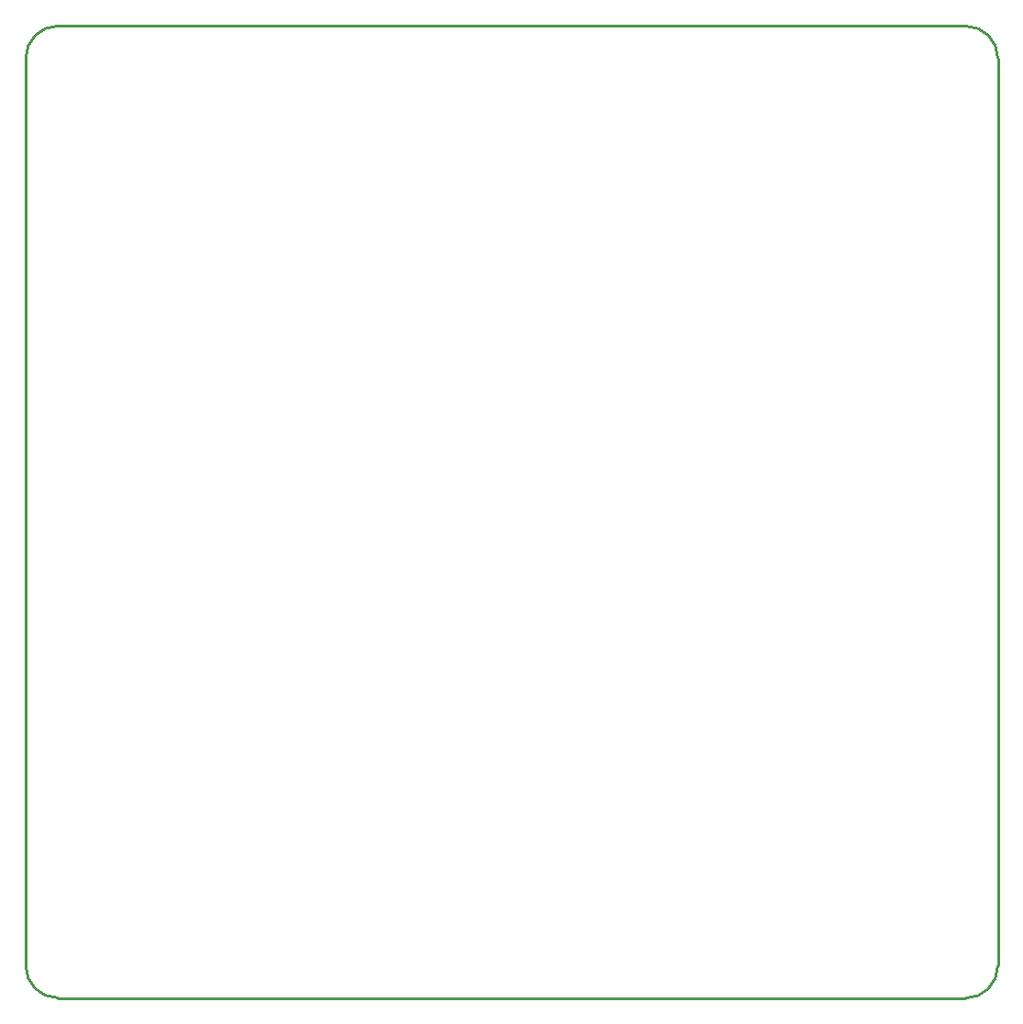
<source format=gbr>
%TF.GenerationSoftware,Altium Limited,Altium Designer,20.1.12 (249)*%
G04 Layer_Color=16711935*
%FSLAX26Y26*%
%MOIN*%
%TF.SameCoordinates,D08FF7B1-8E93-4697-AE31-98C184C779B4*%
%TF.FilePolarity,Positive*%
%TF.FileFunction,Other,Mechanical_1*%
%TF.Part,Single*%
G01*
G75*
%TA.AperFunction,NonConductor*%
%ADD14C,0.010000*%
D14*
X3543307Y3426011D02*
G03*
X3426011Y3543307I-117296J0D01*
G01*
X5197Y122808D02*
G03*
X121823Y6181I116627J0D01*
G01*
X121987Y3543112D02*
G03*
X5197Y3426322I0J-116790D01*
G01*
X3425163Y4924D02*
G03*
X3543383Y123144I0J118220D01*
G01*
X3543307D02*
Y3426011D01*
X121987Y3543307D02*
X3426011D01*
X5197Y122808D02*
X5197Y3426322D01*
X121781Y6117D02*
X3425121Y4924D01*
%TF.MD5,28cea19b6ce493adcb38311ebccac13f*%
M02*

</source>
